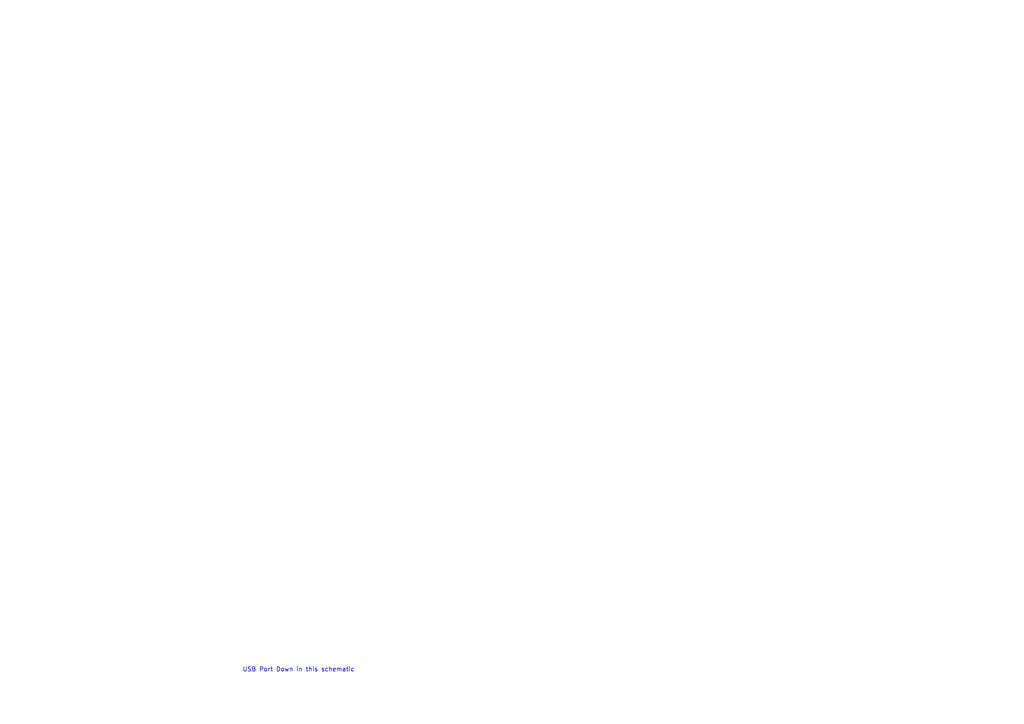
<source format=kicad_sch>
(kicad_sch
	(version 20250114)
	(generator "eeschema")
	(generator_version "9.0")
	(uuid "f8f5cfdd-bfc3-4af5-8302-5c9dc5533891")
	(paper "A4")
	(lib_symbols)
	(text "USB Port Down in this schematic\n"
		(exclude_from_sim no)
		(at 86.614 194.31 0)
		(effects
			(font
				(size 1.27 1.27)
			)
		)
		(uuid "a76770d5-6f3c-4677-a4b7-5e8a4cbdbac6")
	)
)

</source>
